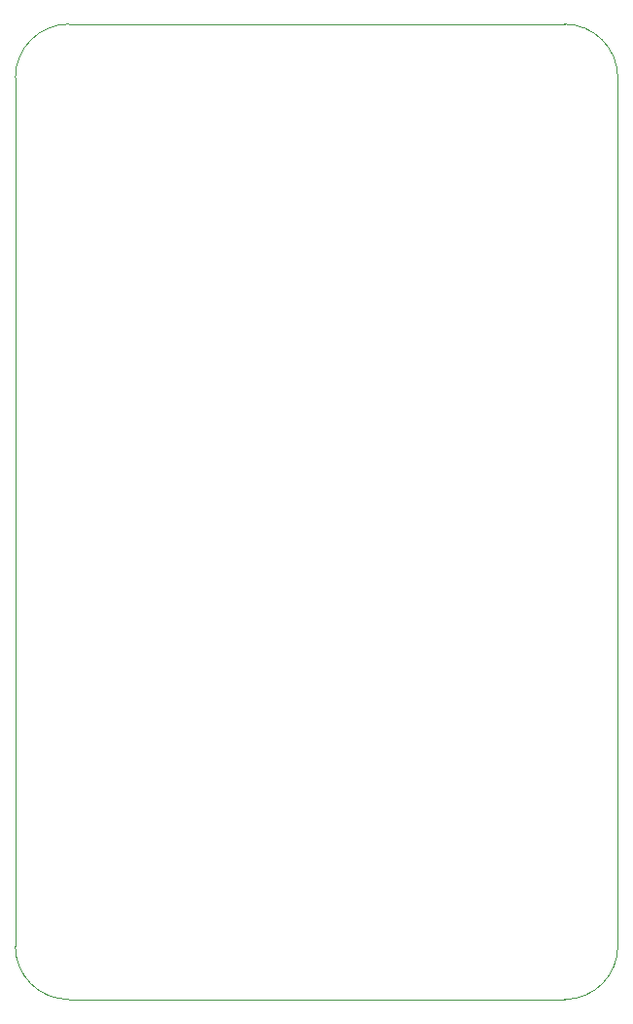
<source format=gm1>
%TF.GenerationSoftware,KiCad,Pcbnew,(5.1.2)-2*%
%TF.CreationDate,2019-08-12T12:17:33+02:00*%
%TF.ProjectId,badge,62616467-652e-46b6-9963-61645f706362,1*%
%TF.SameCoordinates,Original*%
%TF.FileFunction,Profile,NP*%
%FSLAX46Y46*%
G04 Gerber Fmt 4.6, Leading zero omitted, Abs format (unit mm)*
G04 Created by KiCad (PCBNEW (5.1.2)-2) date 2019-08-12 12:17:33*
%MOMM*%
%LPD*%
G04 APERTURE LIST*
%ADD10C,0.038100*%
G04 APERTURE END LIST*
D10*
X45760000Y-54640000D02*
G75*
G02X50400000Y-50000000I4640000J0D01*
G01*
X93570000Y-50000000D02*
G75*
G02X98210000Y-54640000I0J-4640000D01*
G01*
X98220000Y-130190000D02*
G75*
G02X93580000Y-134830000I-4640000J0D01*
G01*
X50390000Y-134830000D02*
G75*
G02X45750000Y-130190000I0J4640000D01*
G01*
X45760000Y-54640000D02*
X45750000Y-130190000D01*
X93570000Y-50000000D02*
X50400000Y-50000000D01*
X98220000Y-130190000D02*
X98210000Y-54640000D01*
X50390000Y-134830000D02*
X93580000Y-134830000D01*
M02*

</source>
